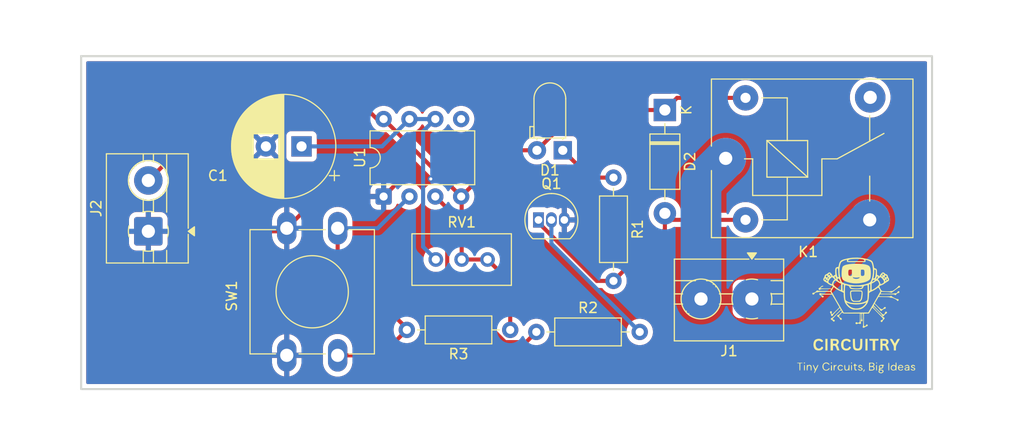
<source format=kicad_pcb>
(kicad_pcb (version 20241229) (generator "pcbnew") (generator_version "9.0")
  (layers (0 "F.Cu" signal) (2 "B.Cu" signal) (13 "F.Paste" user) (15 "B.Paste" user) (5 "F.SilkS" user "F.Silkscreen") (7 "B.SilkS" user "B.Silkscreen") (1 "F.Mask" user) (3 "B.Mask" user) (25 "Edge.Cuts" user))
  (net 0 "")
  (net 1 "/TIMING")
  (net 2 "Net-(D1-K)")
  (net 3 "Net-(D1-A)")
  (net 4 "Net-(D2-A)")
  (net 5 "Net-(J1-Pin_1)")
  (net 6 "Net-(J1-Pin_2)")
  (net 8 "Net-(Q1-B)")
  (net 9 "Net-(U1-Q)")
  (net 10 "Net-(U1-TR)")
  (net 12 "GND")
  (footprint "Diode_THT:D_DO-41_SOD81_P10.16mm_Horizontal" (layer "F.Cu") (at 183.375 86.995 -90)
    (property "Reference" "D2" (at 5.08 -2.47 90) (layer "F.SilkS"))
    (property "Value" "1N4007")
    (fp_text user "K" (at 0 -2.1 90) (layer "F.SilkS"))
    (pad "1" thru_hole rect (at 0 0 270) (size 2.2 2.2) (drill 1.1) (layers "*.Cu" "*.Mask") (net 3 "Net-(D1-A)"))
    (pad "2" thru_hole oval (at 10.16 0 270) (size 2.2 2.2) (drill 1.1) (layers "*.Cu" "*.Mask") (net 4 "Net-(D2-A)"))
  )
  (footprint "Package_DIP:DIP-8_W7.62mm" (layer "F.Cu") (at 155.74 95.505 90)
    (property "Reference" "U1" (at 3.81 -2.33 90) (layer "F.SilkS"))
    (property "Value" "NE555P")
    (pad "1" thru_hole roundrect (at 0 0 90) (size 1.6 1.6) (drill 0.8) (layers "*.Cu" "*.Mask") (roundrect_rratio 0.15625) (net 12 "GND"))
    (pad "2" thru_hole circle (at 0 2.54 90) (size 1.6 1.6) (drill 0.8) (layers "*.Cu" "*.Mask") (net 10 "Net-(U1-TR)"))
    (pad "3" thru_hole circle (at 0 5.08 90) (size 1.6 1.6) (drill 0.8) (layers "*.Cu" "*.Mask") (net 9 "Net-(U1-Q)"))
    (pad "4" thru_hole circle (at 0 7.62 90) (size 1.6 1.6) (drill 0.8) (layers "*.Cu" "*.Mask") (net 3 "Net-(D1-A)"))
    (pad "5" thru_hole circle (at 7.62 7.62 90) (size 1.6 1.6) (drill 0.8) (layers "*.Cu" "*.Mask"))
    (pad "6" thru_hole circle (at 7.62 5.08 90) (size 1.6 1.6) (drill 0.8) (layers "*.Cu" "*.Mask") (net 1 "/TIMING"))
    (pad "7" thru_hole circle (at 7.62 2.54 90) (size 1.6 1.6) (drill 0.8) (layers "*.Cu" "*.Mask") (net 1 "/TIMING"))
    (pad "8" thru_hole circle (at 7.62 0 90) (size 1.6 1.6) (drill 0.8) (layers "*.Cu" "*.Mask") (net 3 "Net-(D1-A)"))
  )
  (footprint "TerminalBlock:TerminalBlock_MaiXu_MX126-5.0-02P_1x02_P5.00mm" (layer "F.Cu") (at 191.925 105.5825 180)
    (property "Reference" "J1" (at 2.25 -5.12 0) (layer "F.SilkS"))
    (property "Value" "Screw_Terminal_01x02" (hide yes))
    (pad "1" thru_hole roundrect (at 0 0 180) (size 2.8 2.8) (drill 1.3) (layers "*.Cu" "*.Mask") (roundrect_rratio 0.089286) (net 5 "Net-(J1-Pin_1)"))
    (pad "2" thru_hole circle (at 5 0 180) (size 2.8 2.8) (drill 1.3) (layers "*.Cu" "*.Mask") (net 6 "Net-(J1-Pin_2)"))
  )
  (footprint "Button_Switch_THT:SW_PUSH-12mm" (layer "F.Cu") (at 146.225 111.125 90)
    (property "Reference" "SW1" (at 5.83 -5.41 90) (layer "F.SilkS"))
    (property "Value" "SW_Push")
    (pad "1" thru_hole oval (at 0 0 90) (size 3.2 1.9) (drill 1.3) (layers "*.Cu" "*.Mask") (net 12 "GND"))
    (pad "1" thru_hole oval (at 12.5 0 90) (size 3.2 1.9) (drill 1.3) (layers "*.Cu" "*.Mask") (net 12 "GND"))
    (pad "2" thru_hole oval (at 0 5 90) (size 3.2 1.9) (drill 1.3) (layers "*.Cu" "*.Mask") (net 10 "Net-(U1-TR)"))
    (pad "2" thru_hole oval (at 12.5 5 90) (size 3.2 1.9) (drill 1.3) (layers "*.Cu" "*.Mask") (net 10 "Net-(U1-TR)"))
  )
  (footprint "Resistor_THT:R_Axial_DIN0207_L6.3mm_D2.5mm_P10.16mm_Horizontal" (layer "F.Cu") (at 168.18 108.625 180)
    (property "Reference" "R3" (at 5.08 -2.37 0) (layer "F.SilkS"))
    (property "Value" "10K")
    (pad "1" thru_hole circle (at 0 0 180) (size 1.6 1.6) (drill 0.8) (layers "*.Cu" "*.Mask") (net 3 "Net-(D1-A)"))
    (pad "2" thru_hole oval (at 10.16 0 180) (size 1.6 1.6) (drill 0.8) (layers "*.Cu" "*.Mask") (net 10 "Net-(U1-TR)"))
  )
  (footprint "TerminalBlock:TerminalBlock_MaiXu_MX126-5.0-02P_1x02_P5.00mm" (layer "F.Cu") (at 132.625 98.925 90)
    (property "Reference" "J2" (at 2.25 -5.12 90) (layer "F.SilkS"))
    (property "Value" "Screw_Terminal_01x02")
    (pad "1" thru_hole roundrect (at 0 0 90) (size 2.8 2.8) (drill 1.3) (layers "*.Cu" "*.Mask") (roundrect_rratio 0.089286) (net 12 "GND"))
    (pad "2" thru_hole circle (at 5 0 90) (size 2.8 2.8) (drill 1.3) (layers "*.Cu" "*.Mask") (net 3 "Net-(D1-A)"))
  )
  (footprint "LOGO" (layer "F.Cu") (at 202.175 107.225)
    (property "Reference" "G***" (hide yes))
    (property "Value" "LOGO" (hide yes))
  )
  (footprint "LED_THT:LED_D3.0mm_Horizontal_O1.27mm_Z2.0mm_IRGrey" (layer "F.Cu") (at 173.345 90.96 180)
    (property "Reference" "D1" (at 1.27 -1.96 0) (layer "F.SilkS"))
    (property "Value" "LED")
    (pad "1" thru_hole rect (at 0 0 180) (size 1.8 1.8) (drill 0.9) (layers "*.Cu" "*.Mask") (net 2 "Net-(D1-K)"))
    (pad "2" thru_hole circle (at 2.54 0 180) (size 1.8 1.8) (drill 0.9) (layers "*.Cu" "*.Mask") (net 3 "Net-(D1-A)"))
  )
  (footprint "Capacitor_THT:CP_Radial_D10.0mm_P3.50mm" (layer "F.Cu") (at 147.675 90.575 180)
    (property "Reference" "C1" (at 8.225 -2.875 0) (layer "F.SilkS"))
    (property "Value" "1000uF")
    (pad "1" thru_hole rect (at 0 0 180) (size 2 2) (drill 1) (layers "*.Cu" "*.Mask") (net 1 "/TIMING"))
    (pad "2" thru_hole circle (at 3.5 0 180) (size 2 2) (drill 1) (layers "*.Cu" "*.Mask") (net 12 "GND"))
  )
  (footprint "Relay_THT:Relay_SPDT_SANYOU_SRD_Series_Form_C" (layer "F.Cu") (at 189.35 91.75)
    (property "Reference" "K1" (at 8.1 9.2 0) (layer "F.SilkS"))
    (property "Value" "12V RELAY" (hide yes))
    (pad "1" thru_hole circle (at 0 0 90) (size 3 3) (drill 1.3) (layers "*.Cu" "*.Mask") (net 6 "Net-(J1-Pin_2)"))
    (pad "2" thru_hole circle (at 1.95 6.05 90) (size 2.5 2.5) (drill 1) (layers "*.Cu" "*.Mask") (net 4 "Net-(D2-A)"))
    (pad "3" thru_hole circle (at 14.15 6.05 90) (size 3 3) (drill 1.3) (layers "*.Cu" "*.Mask") (net 5 "Net-(J1-Pin_1)"))
    (pad "4" thru_hole circle (at 14.2 -6 90) (size 3 3) (drill 1.3) (layers "*.Cu" "*.Mask"))
    (pad "5" thru_hole circle (at 1.95 -5.95 90) (size 2.5 2.5) (drill 1) (layers "*.Cu" "*.Mask") (net 3 "Net-(D1-A)"))
  )
  (footprint "Potentiometer_THT:Potentiometer_Bourns_3296W_Vertical" (layer "F.Cu") (at 165.95 101.7)
    (property "Reference" "RV1" (at -2.54 -3.66 0) (layer "F.SilkS"))
    (property "Value" "1M")
    (pad "1" thru_hole circle (at 0 0) (size 1.44 1.44) (drill 0.8) (layers "*.Cu" "*.Mask") (net 3 "Net-(D1-A)"))
    (pad "2" thru_hole circle (at -2.54 0) (size 1.44 1.44) (drill 0.8) (layers "*.Cu" "*.Mask") (net 3 "Net-(D1-A)"))
    (pad "3" thru_hole circle (at -5.08 0) (size 1.44 1.44) (drill 0.8) (layers "*.Cu" "*.Mask") (net 1 "/TIMING"))
  )
  (footprint "Resistor_THT:R_Axial_DIN0207_L6.3mm_D2.5mm_P10.16mm_Horizontal" (layer "F.Cu") (at 170.745 108.825)
    (property "Reference" "R2" (at 5.08 -2.37 0) (layer "F.SilkS"))
    (property "Value" "1K")
    (pad "1" thru_hole circle (at 0 0) (size 1.6 1.6) (drill 0.8) (layers "*.Cu" "*.Mask") (net 9 "Net-(U1-Q)"))
    (pad "2" thru_hole oval (at 10.16 0) (size 1.6 1.6) (drill 0.8) (layers "*.Cu" "*.Mask") (net 8 "Net-(Q1-B)"))
  )
  (footprint "Package_TO_SOT_THT:TO-92_Inline" (layer "F.Cu") (at 170.955 97.81)
    (property "Reference" "Q1" (at 1.27 -3.56 0) (layer "F.SilkS"))
    (property "Value" "BC547")
    (pad "1" thru_hole rect (at 0 0) (size 1.05 1.5) (drill 0.75) (layers "*.Cu" "*.Mask") (net 4 "Net-(D2-A)"))
    (pad "2" thru_hole oval (at 1.27 0) (size 1.05 1.5) (drill 0.75) (layers "*.Cu" "*.Mask") (net 8 "Net-(Q1-B)"))
    (pad "3" thru_hole oval (at 2.54 0) (size 1.05 1.5) (drill 0.75) (layers "*.Cu" "*.Mask") (net 12 "GND"))
  )
  (footprint "Resistor_THT:R_Axial_DIN0207_L6.3mm_D2.5mm_P10.16mm_Horizontal" (layer "F.Cu") (at 178.325 93.645 -90)
    (property "Reference" "R1" (at 5.08 -2.37 90) (layer "F.SilkS"))
    (property "Value" "1K")
    (pad "1" thru_hole circle (at 0 0 270) (size 1.6 1.6) (drill 0.8) (layers "*.Cu" "*.Mask") (net 2 "Net-(D1-K)"))
    (pad "2" thru_hole oval (at 10.16 0 270) (size 1.6 1.6) (drill 0.8) (layers "*.Cu" "*.Mask") (net 4 "Net-(D2-A)"))
  )
  (gr_rect (start 126.025 81.7) (end 209.625 114.45) (stroke (width 0.2)) (fill no) (layer "Edge.Cuts"))
  (segment (start 160.82 87.885) (end 159.619 89.086) (width 0.4) (layer "B.Cu") (net 1))
  (segment (start 159.619 100.449) (end 160.87 101.7) (width 0.4) (layer "B.Cu") (net 1))
  (segment (start 159.619 89.086) (end 159.619 100.449) (width 0.4) (layer "B.Cu") (net 1))
  (segment (start 147.675 90.575) (end 155.59 90.575) (width 0.4) (layer "B.Cu") (net 1))
  (segment (start 158.28 87.885) (end 160.82 87.885) (width 0.4) (layer "B.Cu") (net 1))
  (segment (start 155.59 90.575) (end 158.28 87.885) (width 0.4) (layer "B.Cu") (net 1))
  (segment (start 176.03 93.645) (end 173.345 90.96) (width 0.4) (layer "F.Cu") (net 2))
  (segment (start 178.325 93.645) (end 176.03 93.645) (width 0.4) (layer "F.Cu") (net 2))
  (segment (start 132.625 93.925) (end 139.575 86.975) (width 0.4) (layer "F.Cu") (net 3))
  (segment (start 170.805 90.96) (end 167.905 90.96) (width 0.4) (layer "F.Cu") (net 3))
  (segment (start 170.805 90.96) (end 174.77 86.995) (width 0.4) (layer "F.Cu") (net 3))
  (segment (start 168.18 108.625) (end 168.18 103.93) (width 0.4) (layer "F.Cu") (net 3))
  (segment (start 154.175 86.975) (end 155.085 87.885) (width 0.4) (layer "F.Cu") (net 3))
  (segment (start 167.905 90.96) (end 163.36 95.505) (width 0.4) (layer "F.Cu") (net 3))
  (segment (start 163.41 101.7) (end 165.95 101.7) (width 0.4) (layer "F.Cu") (net 3))
  (segment (start 174.77 86.995) (end 183.375 86.995) (width 0.4) (layer "F.Cu") (net 3))
  (segment (start 139.575 86.975) (end 154.175 86.975) (width 0.4) (layer "F.Cu") (net 3))
  (segment (start 163.36 95.505) (end 155.74 87.885) (width 0.4) (layer "F.Cu") (net 3))
  (segment (start 191.3 85.8) (end 184.57 85.8) (width 0.4) (layer "F.Cu") (net 3))
  (segment (start 163.41 95.555) (end 163.36 95.505) (width 0.4) (layer "F.Cu") (net 3))
  (segment (start 155.085 87.885) (end 155.74 87.885) (width 0.4) (layer "F.Cu") (net 3))
  (segment (start 168.18 103.93) (end 165.95 101.7) (width 0.4) (layer "F.Cu") (net 3))
  (segment (start 184.57 85.8) (end 183.375 86.995) (width 0.4) (layer "F.Cu") (net 3))
  (segment (start 163.41 101.7) (end 163.41 95.555) (width 0.4) (layer "F.Cu") (net 3))
  (segment (start 183.375 98.755) (end 178.325 103.805) (width 0.4) (layer "F.Cu") (net 4))
  (segment (start 183.375 97.155) (end 183.375 98.755) (width 0.4) (layer "F.Cu") (net 4))
  (segment (start 178.325 103.805) (end 176.685438 103.805) (width 0.4) (layer "F.Cu") (net 4))
  (segment (start 176.685438 103.805) (end 170.955 98.074562) (width 0.4) (layer "F.Cu") (net 4))
  (segment (start 184.02 97.8) (end 183.375 97.155) (width 0.4) (layer "F.Cu") (net 4))
  (segment (start 191.3 97.8) (end 184.02 97.8) (width 0.4) (layer "F.Cu") (net 4))
  (segment (start 170.955 98.074562) (end 170.955 97.81) (width 0.4) (layer "F.Cu") (net 4))
  (segment (start 195.7175 105.5825) (end 203.5 97.8) (width 4) (layer "B.Cu") (net 5))
  (segment (start 191.925 105.5825) (end 195.7175 105.5825) (width 4) (layer "B.Cu") (net 5))
  (segment (start 189.35 91.75) (end 186.925 94.175) (width 4) (layer "B.Cu") (net 6))
  (segment (start 186.925 94.175) (end 186.925 105.5825) (width 4) (layer "B.Cu") (net 6))
  (segment (start 172.225 100.145) (end 172.225 97.81) (width 0.4) (layer "B.Cu") (net 8))
  (segment (start 180.905 108.825) (end 172.225 100.145) (width 0.4) (layer "B.Cu") (net 8))
  (segment (start 161.991 96.676) (end 160.82 95.505) (width 0.4) (layer "F.Cu") (net 9))
  (segment (start 169.744 109.826) (end 167.682529 109.826) (width 0.4) (layer "F.Cu") (net 9))
  (segment (start 161.991 104.134471) (end 161.991 96.676) (width 0.4) (layer "F.Cu") (net 9))
  (segment (start 170.745 108.825) (end 169.744 109.826) (width 0.4) (layer "F.Cu") (net 9))
  (segment (start 167.682529 109.826) (end 161.991 104.134471) (width 0.4) (layer "F.Cu") (net 9))
  (segment (start 151.225 101.685) (end 151.225 98.625) (width 0.4) (layer "F.Cu") (net 10))
  (segment (start 151.225 111.125) (end 155.52 111.125) (width 0.4) (layer "F.Cu") (net 10))
  (segment (start 155.52 111.125) (end 158.02 108.625) (width 0.4) (layer "F.Cu") (net 10))
  (segment (start 158.02 108.48) (end 151.225 101.685) (width 0.4) (layer "F.Cu") (net 10))
  (segment (start 158.02 108.625) (end 158.02 108.48) (width 0.4) (layer "F.Cu") (net 10))
  (segment (start 155.16 98.625) (end 151.225 98.625) (width 0.4) (layer "B.Cu") (net 10))
  (segment (start 158.28 95.505) (end 155.16 98.625) (width 0.4) (layer "B.Cu") (net 10))
  (segment (start 157.47 93.775) (end 160.375 93.775) (width 0.4) (layer "F.Cu") (net 12))
  (segment (start 149.105 95.505) (end 155.74 95.505) (width 0.4) (layer "F.Cu") (net 12))
  (segment (start 145.925 98.925) (end 146.225 98.625) (width 0.4) (layer "F.Cu") (net 12))
  (segment (start 155.74 95.505) (end 149.345 95.505) (width 0.4) (layer "F.Cu") (net 12))
  (segment (start 146.225 98.625) (end 146.225 111.125) (width 0.4) (layer "F.Cu") (net 12))
  (segment (start 149.345 95.505) (end 146.225 98.625) (width 0.4) (layer "F.Cu") (net 12))
  (segment (start 155.74 95.505) (end 157.47 93.775) (width 0.4) (layer "F.Cu") (net 12))
  (segment (start 132.625 98.925) (end 145.925 98.925) (width 0.4) (layer "F.Cu") (net 12))
  (segment (start 144.175 90.575) (end 149.105 95.505) (width 0.4) (layer "F.Cu") (net 12))
  (via (at 160.375 93.775) (size 0.6) (drill 0.3) (layers "F.Cu" "B.Cu") (net 12))
  (segment (start 160.375 93.775) (end 170.61 93.775) (width 0.4) (layer "B.Cu") (net 12))
  (segment (start 170.61 93.775) (end 173.495 96.66) (width 0.4) (layer "B.Cu") (net 12))
  (segment (start 173.495 96.66) (end 173.495 97.81) (width 0.4) (layer "B.Cu") (net 12))
  (zone (net 12) (net_name "GND") (layers "F.Cu" "B.Cu") (connect_pads (clearance 0.5)) (min_thickness 0.25) (fill yes (thermal_gap 0.5) (thermal_bridge_width 0.5))
    (polygon (pts (xy 118.125 76.175) (xy 121 119.875) (xy 218.675 117.1) (xy 214.925 77.45) (xy 118.05 76.425)))
  )
)
</source>
